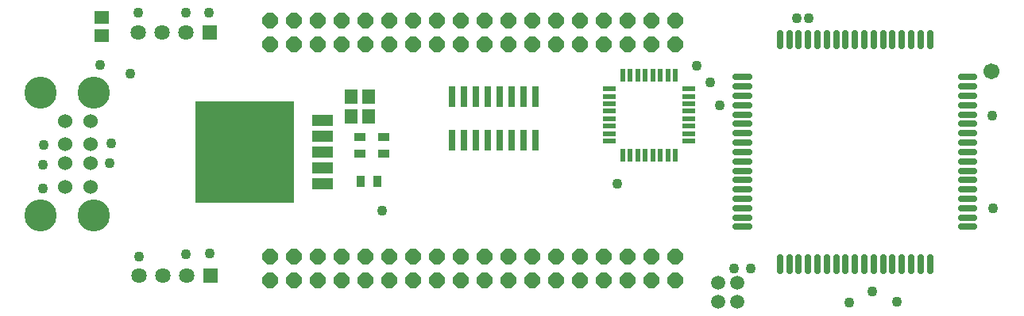
<source format=gbr>
G04 EAGLE Gerber RS-274X export*
G75*
%MOMM*%
%FSLAX34Y34*%
%LPD*%
%INSoldermask Bottom*%
%IPPOS*%
%AMOC8*
5,1,8,0,0,1.08239X$1,22.5*%
G01*
%ADD10R,1.401600X1.601600*%
%ADD11R,10.511600X10.901600*%
%ADD12R,2.260600X1.168400*%
%ADD13C,0.701600*%
%ADD14R,1.631600X1.631600*%
%ADD15C,1.631600*%
%ADD16R,1.301600X0.901600*%
%ADD17R,0.901600X1.301600*%
%ADD18R,1.601600X1.401600*%
%ADD19P,1.759533X8X22.500000*%
%ADD20C,1.509600*%
%ADD21C,1.524000*%
%ADD22C,3.429000*%
%ADD23C,1.101600*%
%ADD24R,0.609600X1.460500*%
%ADD25R,1.460500X0.609600*%
%ADD26R,0.660400X2.286000*%
%ADD27C,1.701600*%


D10*
X360120Y210366D03*
X379120Y210366D03*
X360178Y230902D03*
X379178Y230902D03*
D11*
X246400Y171900D03*
D12*
X329712Y205936D03*
X329712Y188918D03*
X329712Y171900D03*
X329712Y154882D03*
X329712Y137864D03*
D13*
X977200Y59100D02*
X977200Y45100D01*
X967200Y45100D02*
X967200Y59100D01*
X957200Y59100D02*
X957200Y45100D01*
X947200Y45100D02*
X947200Y59100D01*
X937200Y59100D02*
X937200Y45100D01*
X927200Y45100D02*
X927200Y59100D01*
X917200Y59100D02*
X917200Y45100D01*
X907200Y45100D02*
X907200Y59100D01*
X897200Y59100D02*
X897200Y45100D01*
X887200Y45100D02*
X887200Y59100D01*
X877200Y59100D02*
X877200Y45100D01*
X867200Y45100D02*
X867200Y59100D01*
X857200Y59100D02*
X857200Y45100D01*
X847200Y45100D02*
X847200Y59100D01*
X837200Y59100D02*
X837200Y45100D01*
X827200Y45100D02*
X827200Y59100D01*
X817200Y59100D02*
X817200Y45100D01*
X784200Y92100D02*
X770200Y92100D01*
X770200Y102100D02*
X784200Y102100D01*
X784200Y112100D02*
X770200Y112100D01*
X770200Y122100D02*
X784200Y122100D01*
X784200Y132100D02*
X770200Y132100D01*
X770200Y142100D02*
X784200Y142100D01*
X784200Y152100D02*
X770200Y152100D01*
X770200Y162100D02*
X784200Y162100D01*
X784200Y172100D02*
X770200Y172100D01*
X770200Y182100D02*
X784200Y182100D01*
X784200Y192100D02*
X770200Y192100D01*
X770200Y202100D02*
X784200Y202100D01*
X784200Y212100D02*
X770200Y212100D01*
X770200Y222100D02*
X784200Y222100D01*
X784200Y232100D02*
X770200Y232100D01*
X770200Y242100D02*
X784200Y242100D01*
X784200Y252100D02*
X770200Y252100D01*
X817200Y285100D02*
X817200Y299100D01*
X827200Y299100D02*
X827200Y285100D01*
X837200Y285100D02*
X837200Y299100D01*
X847200Y299100D02*
X847200Y285100D01*
X857200Y285100D02*
X857200Y299100D01*
X867200Y299100D02*
X867200Y285100D01*
X877200Y285100D02*
X877200Y299100D01*
X887200Y299100D02*
X887200Y285100D01*
X897200Y285100D02*
X897200Y299100D01*
X907200Y299100D02*
X907200Y285100D01*
X917200Y285100D02*
X917200Y299100D01*
X927200Y299100D02*
X927200Y285100D01*
X937200Y285100D02*
X937200Y299100D01*
X947200Y299100D02*
X947200Y285100D01*
X957200Y285100D02*
X957200Y299100D01*
X967200Y299100D02*
X967200Y285100D01*
X977200Y285100D02*
X977200Y299100D01*
X1010200Y252100D02*
X1024200Y252100D01*
X1024200Y242100D02*
X1010200Y242100D01*
X1010200Y232100D02*
X1024200Y232100D01*
X1024200Y222100D02*
X1010200Y222100D01*
X1010200Y212100D02*
X1024200Y212100D01*
X1024200Y202100D02*
X1010200Y202100D01*
X1010200Y192100D02*
X1024200Y192100D01*
X1024200Y182100D02*
X1010200Y182100D01*
X1010200Y172100D02*
X1024200Y172100D01*
X1024200Y162100D02*
X1010200Y162100D01*
X1010200Y152100D02*
X1024200Y152100D01*
X1024200Y142100D02*
X1010200Y142100D01*
X1010200Y132100D02*
X1024200Y132100D01*
X1024200Y122100D02*
X1010200Y122100D01*
X1010200Y112100D02*
X1024200Y112100D01*
X1024200Y102100D02*
X1010200Y102100D01*
X1010200Y92100D02*
X1024200Y92100D01*
D14*
X209400Y300200D03*
D15*
X184000Y300200D03*
X158600Y300200D03*
X133200Y300200D03*
D16*
X395024Y187950D03*
X395024Y169950D03*
D17*
X388500Y140678D03*
X370500Y140678D03*
D16*
X369718Y188462D03*
X369718Y170462D03*
D18*
X94774Y296838D03*
X94774Y315838D03*
D14*
X210000Y40000D03*
D15*
X184600Y40000D03*
X159200Y40000D03*
X133800Y40000D03*
D19*
X274100Y34800D03*
X299500Y34800D03*
X324900Y34800D03*
X350300Y34800D03*
X375700Y34800D03*
X401100Y34800D03*
X274100Y60200D03*
X299500Y60200D03*
X324900Y60200D03*
X350300Y60200D03*
X375700Y60200D03*
X401100Y60200D03*
X426500Y34800D03*
X426500Y60200D03*
X451900Y34800D03*
X477300Y34800D03*
X502700Y34800D03*
X528100Y34800D03*
X553500Y34800D03*
X578900Y34800D03*
X451900Y60200D03*
X477300Y60200D03*
X502700Y60200D03*
X528100Y60200D03*
X553500Y60200D03*
X578900Y60200D03*
X604300Y34800D03*
X604300Y60200D03*
X629700Y34800D03*
X655100Y34800D03*
X680500Y34800D03*
X629700Y60200D03*
X655100Y60200D03*
X680500Y60200D03*
X705900Y34800D03*
X705900Y60200D03*
X274100Y287300D03*
X299500Y287300D03*
X324900Y287300D03*
X350300Y287300D03*
X375700Y287300D03*
X401100Y287300D03*
X274100Y312700D03*
X299500Y312700D03*
X324900Y312700D03*
X350300Y312700D03*
X375700Y312700D03*
X401100Y312700D03*
X426500Y287300D03*
X426500Y312700D03*
X451900Y287300D03*
X477300Y287300D03*
X502700Y287300D03*
X528100Y287300D03*
X553500Y287300D03*
X578900Y287300D03*
X451900Y312700D03*
X477300Y312700D03*
X502700Y312700D03*
X528100Y312700D03*
X553500Y312700D03*
X578900Y312700D03*
X604300Y287300D03*
X604300Y312700D03*
X629700Y287300D03*
X655100Y287300D03*
X680500Y287300D03*
X629700Y312700D03*
X655100Y312700D03*
X680500Y312700D03*
X705900Y287300D03*
X705900Y312700D03*
D20*
X751688Y12384D03*
X751688Y32384D03*
X771688Y12384D03*
X771688Y32384D03*
D21*
X82500Y205000D03*
X82500Y180108D03*
X82500Y160042D03*
X82500Y134896D03*
X55322Y205000D03*
X55322Y180108D03*
X55322Y160042D03*
X55322Y134896D03*
D22*
X29160Y235734D03*
X29160Y104416D03*
X86056Y235734D03*
X86056Y104416D03*
D23*
X941970Y12140D03*
D24*
X705748Y168913D03*
X697748Y168913D03*
X689748Y168913D03*
X681748Y168913D03*
X673748Y168913D03*
X665748Y168913D03*
X657748Y168913D03*
X649748Y168913D03*
D25*
X635013Y183648D03*
X635013Y191648D03*
X635013Y199648D03*
X635013Y207648D03*
X635013Y215648D03*
X635013Y223648D03*
X635013Y231648D03*
X635013Y239648D03*
D24*
X649748Y254384D03*
X657748Y254384D03*
X665748Y254384D03*
X673748Y254384D03*
X681748Y254384D03*
X689748Y254384D03*
X697748Y254384D03*
X705748Y254384D03*
D25*
X720484Y239648D03*
X720484Y231648D03*
X720484Y223648D03*
X720484Y215648D03*
X720484Y207648D03*
X720484Y199648D03*
X720484Y191648D03*
X720484Y183648D03*
D26*
X556456Y184480D03*
X543756Y184480D03*
X531056Y184480D03*
X518356Y184480D03*
X505656Y184480D03*
X492956Y184480D03*
X480256Y184480D03*
X467556Y184480D03*
X467556Y231724D03*
X480256Y231724D03*
X492956Y231724D03*
X505656Y231724D03*
X518356Y231724D03*
X531056Y231724D03*
X543756Y231724D03*
X556456Y231724D03*
D27*
X1043050Y258160D03*
D23*
X124968Y255524D03*
X92456Y265176D03*
X1043686Y211328D03*
X392938Y109728D03*
X104394Y181356D03*
X103124Y159766D03*
X32766Y179832D03*
X32004Y158496D03*
X209042Y321056D03*
X183896Y320802D03*
X209550Y63754D03*
X184150Y62484D03*
X768350Y47498D03*
X785876Y47498D03*
X848106Y314706D03*
X835152Y315214D03*
X753110Y222250D03*
X1044448Y111760D03*
X915924Y22860D03*
X891032Y10922D03*
X742696Y246888D03*
X728218Y264668D03*
X643890Y138176D03*
X133858Y60452D03*
X133350Y321310D03*
X31750Y132842D03*
M02*

</source>
